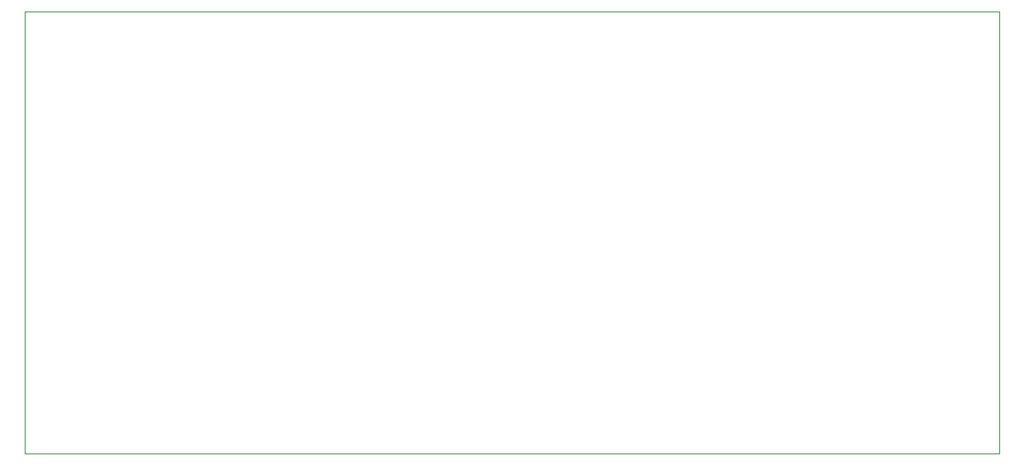
<source format=gbr>
%TF.GenerationSoftware,KiCad,Pcbnew,(6.0.0-0)*%
%TF.CreationDate,2022-11-16T00:40:36-05:00*%
%TF.ProjectId,amplifier,616d706c-6966-4696-9572-2e6b69636164,rev?*%
%TF.SameCoordinates,Original*%
%TF.FileFunction,Profile,NP*%
%FSLAX46Y46*%
G04 Gerber Fmt 4.6, Leading zero omitted, Abs format (unit mm)*
G04 Created by KiCad (PCBNEW (6.0.0-0)) date 2022-11-16 00:40:36*
%MOMM*%
%LPD*%
G01*
G04 APERTURE LIST*
%TA.AperFunction,Profile*%
%ADD10C,0.100000*%
%TD*%
G04 APERTURE END LIST*
D10*
X68326000Y-118110000D02*
X168402000Y-118110000D01*
X168402000Y-118110000D02*
X168402000Y-163576000D01*
X168402000Y-163576000D02*
X68326000Y-163576000D01*
X68326000Y-163576000D02*
X68326000Y-118110000D01*
M02*

</source>
